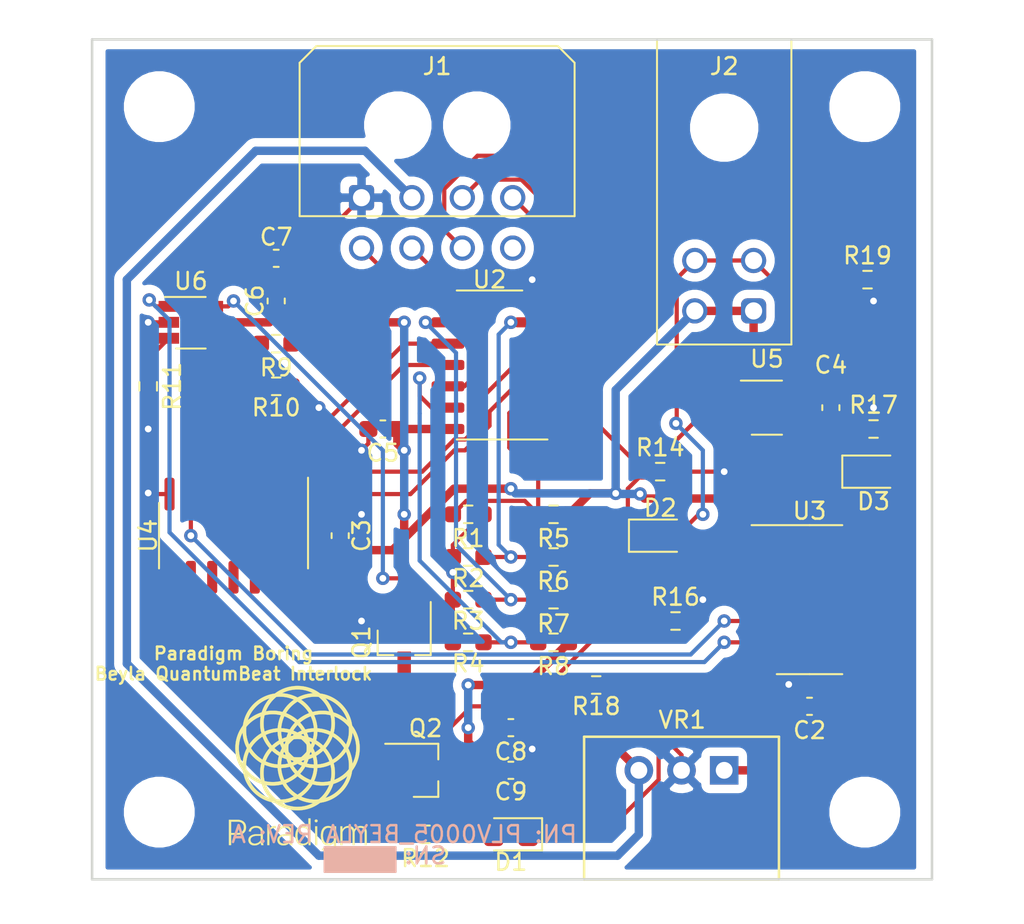
<source format=kicad_pcb>
(kicad_pcb (version 20171130) (host pcbnew "(5.1.0)-1")
  (layers (0 F.Cu signal) (31 B.Cu signal) (34 B.Paste user) (35 F.Paste user) (36 B.SilkS user) (37 F.SilkS user) (38 B.Mask user) (39 F.Mask user) (44 Edge.Cuts user))
  (net 0 "")
  (net 1 GND)
  (net 2 +5V)
  (net 3 "Net-(C8-Pad1)")
  (net 4 "Net-(D1-Pad1)")
  (net 5 /AvionicsHeartbeatTemplate/HEARTBEAT_INPUT_1)
  (net 6 "Net-(D2-Pad1)")
  (net 7 /AvionicsHeartbeatTemplate/HEARTBEAT_BUFF)
  (net 8 "Net-(D3-Pad1)")
  (net 9 "Net-(J1-Pad8)")
  (net 10 /AvionicsHeartbeatTemplate/HEARTBEAT)
  (net 11 /AvionicsHeartbeatTemplate/HEARTBEAT_ADDRESS_4)
  (net 12 /AvionicsHeartbeatTemplate/HEARTBEAT_ADDRESS_3)
  (net 13 /AvionicsHeartbeatTemplate/HEARTBEAT_ADDRESS_2)
  (net 14 /AvionicsHeartbeatTemplate/HEARTBEAT_ADDRESS_1)
  (net 15 "Net-(Q1-Pad1)")
  (net 16 "Net-(R1-Pad2)")
  (net 17 "Net-(R2-Pad2)")
  (net 18 "Net-(R3-Pad2)")
  (net 19 "Net-(R4-Pad2)")
  (net 20 "Net-(R10-Pad1)")
  (net 21 "Net-(R11-Pad1)")
  (net 22 "Net-(U2-Pad11)")
  (net 23 "Net-(U2-Pad10)")
  (net 24 "Net-(U2-Pad4)")
  (net 25 "Net-(U2-Pad3)")
  (net 26 "Net-(U3-Pad6)")
  (net 27 "Net-(U3-Pad5)")
  (net 28 "Net-(Q1-Pad3)")
  (module Package_SO:SOIC-14_3.9x8.7mm_P1.27mm (layer F.Cu) (at 73.66 119.38 180)
    (fp_text reference U2 (at 0 5.08) (layer F.SilkS))
    (fp_text value 74HC266)
    (pad 14 smd roundrect (at 2.475 -3.81 180) (size 1.95 0.6) (layers F.Cu F.Paste F.Mask) (net 2 +5V))
    (pad 13 smd roundrect (at 2.475 -2.54 180) (size 1.95 0.6) (layers F.Cu F.Paste F.Mask) (net 19 "Net-(R4-Pad2)"))
    (pad 12 smd roundrect (at 2.475 -1.27 180) (size 1.95 0.6) (layers F.Cu F.Paste F.Mask) (net 11 /AvionicsHeartbeatTemplate/HEARTBEAT_ADDRESS_4))
    (pad 11 smd roundrect (at 2.475 0 180) (size 1.95 0.6) (layers F.Cu F.Paste F.Mask) (net 22 "Net-(U2-Pad11)"))
    (pad 10 smd roundrect (at 2.475 1.27 180) (size 1.95 0.6) (layers F.Cu F.Paste F.Mask) (net 23 "Net-(U2-Pad10)"))
    (pad 9 smd roundrect (at 2.475 2.54 180) (size 1.95 0.6) (layers F.Cu F.Paste F.Mask) (net 18 "Net-(R3-Pad2)"))
    (pad 8 smd roundrect (at 2.475 3.81 180) (size 1.95 0.6) (layers F.Cu F.Paste F.Mask) (net 12 /AvionicsHeartbeatTemplate/HEARTBEAT_ADDRESS_3))
    (pad 7 smd roundrect (at -2.475 3.81 180) (size 1.95 0.6) (layers F.Cu F.Paste F.Mask) (net 1 GND))
    (pad 6 smd roundrect (at -2.475 2.54 180) (size 1.95 0.6) (layers F.Cu F.Paste F.Mask) (net 17 "Net-(R2-Pad2)"))
    (pad 5 smd roundrect (at -2.475 1.27 180) (size 1.95 0.6) (layers F.Cu F.Paste F.Mask) (net 13 /AvionicsHeartbeatTemplate/HEARTBEAT_ADDRESS_2))
    (pad 4 smd roundrect (at -2.475 0 180) (size 1.95 0.6) (layers F.Cu F.Paste F.Mask) (net 24 "Net-(U2-Pad4)"))
    (pad 3 smd roundrect (at -2.475 -1.27 180) (size 1.95 0.6) (layers F.Cu F.Paste F.Mask) (net 25 "Net-(U2-Pad3)"))
    (pad 2 smd roundrect (at -2.475 -2.54 180) (size 1.95 0.6) (layers F.Cu F.Paste F.Mask) (net 16 "Net-(R1-Pad2)"))
    (pad 1 smd roundrect (at -2.475 -3.81 180) (size 1.95 0.6) (layers F.Cu F.Paste F.Mask) (net 14 /AvionicsHeartbeatTemplate/HEARTBEAT_ADDRESS_1))
  )
  (module BoringFootprints:Paradigm_Title_Block (layer F.Cu) (at 68.58 147.32)
    (fp_text reference REF**)
    (fp_text value Paradigm_Title_Block)
    (fp_text user SN: (at 1.27 1.27) (layer B.SilkS) (effects (justify mirror)))
    (fp_text user "PN: PLV0005_BEYLA REV: A" (at 0 0) (layer B.SilkS) (effects (justify mirror)))
  )
  (module Capacitor_SMD:C_0603_1608Metric_Pad1.08x0.95mm_HandSolder (layer F.Cu) (at 92.71 139.7 180)
    (fp_text reference C2 (at 0 -1.43) (layer F.SilkS))
    (fp_text value 0.1uF)
    (pad 2 smd roundrect (at 0.8625 0 180) (size 1.075 0.95) (layers F.Cu F.Paste F.Mask) (net 1 GND))
    (pad 1 smd roundrect (at -0.8625 0 180) (size 1.075 0.95) (layers F.Cu F.Paste F.Mask) (net 2 +5V))
  )
  (module Package_SO:SOIC-14_3.9x8.7mm_P1.27mm (layer F.Cu) (at 58.42 129.54 270)
    (fp_text reference U4 (at 0 5.08 90) (layer F.SilkS))
    (fp_text value 74HC21)
    (pad 14 smd roundrect (at 2.475 -3.81 270) (size 1.95 0.6) (layers F.Cu F.Paste F.Mask) (net 2 +5V))
    (pad 13 smd roundrect (at 2.475 -2.54 270) (size 1.95 0.6) (layers F.Cu F.Paste F.Mask))
    (pad 12 smd roundrect (at 2.475 -1.27 270) (size 1.95 0.6) (layers F.Cu F.Paste F.Mask))
    (pad 11 smd roundrect (at 2.475 0 270) (size 1.95 0.6) (layers F.Cu F.Paste F.Mask))
    (pad 10 smd roundrect (at 2.475 1.27 270) (size 1.95 0.6) (layers F.Cu F.Paste F.Mask))
    (pad 9 smd roundrect (at 2.475 2.54 270) (size 1.95 0.6) (layers F.Cu F.Paste F.Mask))
    (pad 8 smd roundrect (at 2.475 3.81 270) (size 1.95 0.6) (layers F.Cu F.Paste F.Mask))
    (pad 7 smd roundrect (at -2.475 3.81 270) (size 1.95 0.6) (layers F.Cu F.Paste F.Mask) (net 1 GND))
    (pad 6 smd roundrect (at -2.475 2.54 270) (size 1.95 0.6) (layers F.Cu F.Paste F.Mask) (net 27 "Net-(U3-Pad5)"))
    (pad 5 smd roundrect (at -2.475 1.27 270) (size 1.95 0.6) (layers F.Cu F.Paste F.Mask) (net 22 "Net-(U2-Pad11)"))
    (pad 4 smd roundrect (at -2.475 0 270) (size 1.95 0.6) (layers F.Cu F.Paste F.Mask) (net 23 "Net-(U2-Pad10)"))
    (pad 3 smd roundrect (at -2.475 -1.27 270) (size 1.95 0.6) (layers F.Cu F.Paste F.Mask))
    (pad 2 smd roundrect (at -2.475 -2.54 270) (size 1.95 0.6) (layers F.Cu F.Paste F.Mask) (net 24 "Net-(U2-Pad4)"))
    (pad 1 smd roundrect (at -2.475 -3.81 270) (size 1.95 0.6) (layers F.Cu F.Paste F.Mask) (net 25 "Net-(U2-Pad3)"))
  )
  (module Connector_Molex:Molex_Micro-Fit_3.0_43045-0800_2x04_P3.00mm_Horizontal (layer F.Cu) (at 66.04 109.42)
    (fp_text reference J1 (at 4.5 -7.82) (layer F.SilkS))
    (fp_text value PWR/QB)
    (pad "" np_thru_hole circle (at 2.16 -4.32) (size 3 3) (drill 3) (layers *.Cu *.Mask))
    (pad "" np_thru_hole circle (at 6.86 -4.32) (size 3 3) (drill 3) (layers *.Cu *.Mask))
    (pad 1 thru_hole roundrect (at 0 0) (size 1.5 1.5) (drill 1.02) (layers *.Cu *.Mask) (roundrect_rratio 0.166667) (net 1 GND))
    (pad 2 thru_hole circle (at 3 0) (size 1.5 1.5) (drill 1.02) (layers *.Cu *.Mask) (net 3 "Net-(C8-Pad1)"))
    (pad 3 thru_hole circle (at 6 0) (size 1.5 1.5) (drill 1.02) (layers *.Cu *.Mask) (net 14 /AvionicsHeartbeatTemplate/HEARTBEAT_ADDRESS_1))
    (pad 4 thru_hole circle (at 9 0) (size 1.5 1.5) (drill 1.02) (layers *.Cu *.Mask) (net 13 /AvionicsHeartbeatTemplate/HEARTBEAT_ADDRESS_2))
    (pad 5 thru_hole circle (at 0 3) (size 1.5 1.5) (drill 1.02) (layers *.Cu *.Mask) (net 12 /AvionicsHeartbeatTemplate/HEARTBEAT_ADDRESS_3))
    (pad 6 thru_hole circle (at 3 3) (size 1.5 1.5) (drill 1.02) (layers *.Cu *.Mask) (net 11 /AvionicsHeartbeatTemplate/HEARTBEAT_ADDRESS_4))
    (pad 7 thru_hole circle (at 6 3) (size 1.5 1.5) (drill 1.02) (layers *.Cu *.Mask) (net 10 /AvionicsHeartbeatTemplate/HEARTBEAT))
    (pad 8 thru_hole circle (at 9 3) (size 1.5 1.5) (drill 1.02) (layers *.Cu *.Mask) (net 9 "Net-(J1-Pad8)"))
  )
  (module MountingHole:MountingHole_3.2mm_M3 (layer F.Cu) (at 54 146)
    (fp_text reference REF**)
    (fp_text value MountingHole_3.2mm_M3)
    (pad 1 np_thru_hole circle (at 0 0) (size 3.2 3.2) (drill 3.2) (layers *.Cu *.Mask))
  )
  (module MountingHole:MountingHole_3.2mm_M3 (layer F.Cu) (at 96 146)
    (fp_text reference REF**)
    (fp_text value MountingHole_3.2mm_M3)
    (pad 1 np_thru_hole circle (at 0 0) (size 3.2 3.2) (drill 3.2) (layers *.Cu *.Mask))
  )
  (module MountingHole:MountingHole_3.2mm_M3 (layer F.Cu) (at 96 104)
    (fp_text reference REF**)
    (fp_text value MountingHole_3.2mm_M3)
    (pad 1 np_thru_hole circle (at 0 0) (size 3.2 3.2) (drill 3.2) (layers *.Cu *.Mask))
  )
  (module MountingHole:MountingHole_3.2mm_M3 (layer F.Cu) (at 54 104)
    (fp_text reference REF**)
    (fp_text value MountingHole_3.2mm_M3)
    (pad 1 np_thru_hole circle (at 0 0) (size 3.2 3.2) (drill 3.2) (layers *.Cu *.Mask))
  )
  (module BoringFootprints:Recom_R-78C-1.0 (layer F.Cu) (at 87.63 143.51 180)
    (fp_text reference VR1 (at 2.5 3) (layer F.SilkS))
    (fp_text value Recom_R-78c-1.0)
    (pad 3 thru_hole circle (at 5.08 0 180) (size 1.7 1.7) (drill 1) (layers *.Cu *.Mask) (net 3 "Net-(C8-Pad1)"))
    (pad 2 thru_hole circle (at 2.54 0 180) (size 1.7 1.7) (drill 1) (layers *.Cu *.Mask) (net 1 GND))
    (pad 1 thru_hole rect (at 0 0 180) (size 1.7 1.7) (drill 1) (layers *.Cu *.Mask) (net 2 +5V))
  )
  (module Package_TO_SOT_SMD:TSOT-23-6 (layer F.Cu) (at 55.88 116.84)
    (fp_text reference U6 (at 0 -2.45) (layer F.SilkS))
    (fp_text value LTC6993xS6-1)
    (pad 6 smd rect (at 1.31 -0.95) (size 1.22 0.65) (layers F.Cu F.Paste F.Mask) (net 15 "Net-(Q1-Pad1)"))
    (pad 5 smd rect (at 1.31 0) (size 1.22 0.65) (layers F.Cu F.Paste F.Mask) (net 2 +5V))
    (pad 4 smd rect (at 1.31 0.95) (size 1.22 0.65) (layers F.Cu F.Paste F.Mask) (net 20 "Net-(R10-Pad1)"))
    (pad 3 smd rect (at -1.31 0.95) (size 1.22 0.65) (layers F.Cu F.Paste F.Mask) (net 21 "Net-(R11-Pad1)"))
    (pad 2 smd rect (at -1.31 0) (size 1.22 0.65) (layers F.Cu F.Paste F.Mask) (net 1 GND))
    (pad 1 smd rect (at -1.31 -0.95) (size 1.22 0.65) (layers F.Cu F.Paste F.Mask) (net 26 "Net-(U3-Pad6)"))
  )
  (module Package_TO_SOT_SMD:SOT-23-5_HandSoldering (layer F.Cu) (at 90.17 121.92)
    (fp_text reference U5 (at 0 -2.9) (layer F.SilkS))
    (fp_text value 74LVC1G17)
    (pad 5 smd rect (at 1.35 -0.95) (size 1.56 0.65) (layers F.Cu F.Paste F.Mask) (net 2 +5V))
    (pad 4 smd rect (at 1.35 0.95) (size 1.56 0.65) (layers F.Cu F.Paste F.Mask) (net 7 /AvionicsHeartbeatTemplate/HEARTBEAT_BUFF))
    (pad 3 smd rect (at -1.35 0.95) (size 1.56 0.65) (layers F.Cu F.Paste F.Mask) (net 1 GND))
    (pad 2 smd rect (at -1.35 0) (size 1.56 0.65) (layers F.Cu F.Paste F.Mask) (net 10 /AvionicsHeartbeatTemplate/HEARTBEAT))
    (pad 1 smd rect (at -1.35 -0.95) (size 1.56 0.65) (layers F.Cu F.Paste F.Mask))
  )
  (module Package_SO:SOIC-14_3.9x8.7mm_P1.27mm (layer F.Cu) (at 92.71 133.35)
    (fp_text reference U3 (at 0 -5.28) (layer F.SilkS))
    (fp_text value 74HC08)
    (pad 14 smd roundrect (at 2.475 -3.81) (size 1.95 0.6) (layers F.Cu F.Paste F.Mask) (net 2 +5V))
    (pad 13 smd roundrect (at 2.475 -2.54) (size 1.95 0.6) (layers F.Cu F.Paste F.Mask))
    (pad 12 smd roundrect (at 2.475 -1.27) (size 1.95 0.6) (layers F.Cu F.Paste F.Mask))
    (pad 11 smd roundrect (at 2.475 0) (size 1.95 0.6) (layers F.Cu F.Paste F.Mask))
    (pad 10 smd roundrect (at 2.475 1.27) (size 1.95 0.6) (layers F.Cu F.Paste F.Mask))
    (pad 9 smd roundrect (at 2.475 2.54) (size 1.95 0.6) (layers F.Cu F.Paste F.Mask))
    (pad 8 smd roundrect (at 2.475 3.81) (size 1.95 0.6) (layers F.Cu F.Paste F.Mask))
    (pad 7 smd roundrect (at -2.475 3.81) (size 1.95 0.6) (layers F.Cu F.Paste F.Mask) (net 1 GND))
    (pad 6 smd roundrect (at -2.475 2.54) (size 1.95 0.6) (layers F.Cu F.Paste F.Mask) (net 26 "Net-(U3-Pad6)"))
    (pad 5 smd roundrect (at -2.475 1.27) (size 1.95 0.6) (layers F.Cu F.Paste F.Mask) (net 27 "Net-(U3-Pad5)"))
    (pad 4 smd roundrect (at -2.475 0) (size 1.95 0.6) (layers F.Cu F.Paste F.Mask) (net 5 /AvionicsHeartbeatTemplate/HEARTBEAT_INPUT_1))
    (pad 3 smd roundrect (at -2.475 -1.27) (size 1.95 0.6) (layers F.Cu F.Paste F.Mask))
    (pad 2 smd roundrect (at -2.475 -2.54) (size 1.95 0.6) (layers F.Cu F.Paste F.Mask))
    (pad 1 smd roundrect (at -2.475 -3.81) (size 1.95 0.6) (layers F.Cu F.Paste F.Mask))
  )
  (module Resistor_SMD:R_0603_1608Metric_Pad0.98x0.95mm_HandSolder (layer F.Cu) (at 96.1625 114.3)
    (fp_text reference R19 (at 0 -1.43) (layer F.SilkS))
    (fp_text value 10k)
    (pad 2 smd roundrect (at 0.9125 0) (size 0.975 0.95) (layers F.Cu F.Paste F.Mask) (net 1 GND))
    (pad 1 smd roundrect (at -0.9125 0) (size 0.975 0.95) (layers F.Cu F.Paste F.Mask) (net 5 /AvionicsHeartbeatTemplate/HEARTBEAT_INPUT_1))
  )
  (module Resistor_SMD:R_0603_1608Metric_Pad0.98x0.95mm_HandSolder (layer F.Cu) (at 80.01 138.43)
    (fp_text reference R18 (at 0 1.27) (layer F.SilkS))
    (fp_text value 1k)
    (pad 2 smd roundrect (at 0.9125 0) (size 0.975 0.95) (layers F.Cu F.Paste F.Mask) (net 1 GND))
    (pad 1 smd roundrect (at -0.9125 0) (size 0.975 0.95) (layers F.Cu F.Paste F.Mask) (net 4 "Net-(D1-Pad1)"))
  )
  (module Resistor_SMD:R_0603_1608Metric_Pad0.98x0.95mm_HandSolder (layer F.Cu) (at 96.52 123.19)
    (fp_text reference R17 (at 0 -1.43) (layer F.SilkS))
    (fp_text value 1K)
    (pad 2 smd roundrect (at 0.9125 0) (size 0.975 0.95) (layers F.Cu F.Paste F.Mask) (net 1 GND))
    (pad 1 smd roundrect (at -0.9125 0) (size 0.975 0.95) (layers F.Cu F.Paste F.Mask) (net 8 "Net-(D3-Pad1)"))
  )
  (module Resistor_SMD:R_0603_1608Metric_Pad0.98x0.95mm_HandSolder (layer F.Cu) (at 84.7325 134.62)
    (fp_text reference R16 (at 0 -1.43) (layer F.SilkS))
    (fp_text value 1K)
    (pad 2 smd roundrect (at 0.9125 0) (size 0.975 0.95) (layers F.Cu F.Paste F.Mask) (net 1 GND))
    (pad 1 smd roundrect (at -0.9125 0) (size 0.975 0.95) (layers F.Cu F.Paste F.Mask) (net 6 "Net-(D2-Pad1)"))
  )
  (module Resistor_SMD:R_0603_1608Metric_Pad0.98x0.95mm_HandSolder (layer F.Cu) (at 83.82 125.73)
    (fp_text reference R14 (at 0 -1.43) (layer F.SilkS))
    (fp_text value 47K)
    (pad 2 smd roundrect (at 0.9125 0) (size 0.975 0.95) (layers F.Cu F.Paste F.Mask) (net 1 GND))
    (pad 1 smd roundrect (at -0.9125 0) (size 0.975 0.95) (layers F.Cu F.Paste F.Mask) (net 10 /AvionicsHeartbeatTemplate/HEARTBEAT))
  )
  (module Resistor_SMD:R_0603_1608Metric_Pad0.98x0.95mm_HandSolder (layer F.Cu) (at 69.85 147.32 180)
    (fp_text reference R12 (at 0 -1.43) (layer F.SilkS))
    (fp_text value 47K)
    (pad 2 smd roundrect (at 0.9125 0 180) (size 0.975 0.95) (layers F.Cu F.Paste F.Mask) (net 28 "Net-(Q1-Pad3)"))
    (pad 1 smd roundrect (at -0.9125 0 180) (size 0.975 0.95) (layers F.Cu F.Paste F.Mask) (net 2 +5V))
  )
  (module Resistor_SMD:R_0603_1608Metric_Pad0.98x0.95mm_HandSolder (layer F.Cu) (at 53.34 120.65 270)
    (fp_text reference R11 (at 0 -1.43 90) (layer F.SilkS))
    (fp_text value 604K)
    (pad 2 smd roundrect (at 0.9125 0 270) (size 0.975 0.95) (layers F.Cu F.Paste F.Mask) (net 1 GND))
    (pad 1 smd roundrect (at -0.9125 0 270) (size 0.975 0.95) (layers F.Cu F.Paste F.Mask) (net 21 "Net-(R11-Pad1)"))
  )
  (module Resistor_SMD:R_0603_1608Metric_Pad0.98x0.95mm_HandSolder (layer F.Cu) (at 60.96 120.65)
    (fp_text reference R10 (at 0 1.27) (layer F.SilkS))
    (fp_text value 280K)
    (pad 2 smd roundrect (at 0.9125 0) (size 0.975 0.95) (layers F.Cu F.Paste F.Mask) (net 1 GND))
    (pad 1 smd roundrect (at -0.9125 0) (size 0.975 0.95) (layers F.Cu F.Paste F.Mask) (net 20 "Net-(R10-Pad1)"))
  )
  (module Resistor_SMD:R_0603_1608Metric_Pad0.98x0.95mm_HandSolder (layer F.Cu) (at 60.96 118.11 180)
    (fp_text reference R9 (at 0 -1.43) (layer F.SilkS))
    (fp_text value 1M)
    (pad 2 smd roundrect (at 0.9125 0 180) (size 0.975 0.95) (layers F.Cu F.Paste F.Mask) (net 20 "Net-(R10-Pad1)"))
    (pad 1 smd roundrect (at -0.9125 0 180) (size 0.975 0.95) (layers F.Cu F.Paste F.Mask) (net 2 +5V))
  )
  (module Resistor_SMD:R_0603_1608Metric_Pad0.98x0.95mm_HandSolder (layer F.Cu) (at 77.47 135.89 180)
    (fp_text reference R8 (at 0 -1.43) (layer F.SilkS))
    (fp_text value DNP)
    (pad 2 smd roundrect (at 0.9125 0 180) (size 0.975 0.95) (layers F.Cu F.Paste F.Mask) (net 19 "Net-(R4-Pad2)"))
    (pad 1 smd roundrect (at -0.9125 0 180) (size 0.975 0.95) (layers F.Cu F.Paste F.Mask) (net 2 +5V))
  )
  (module Resistor_SMD:R_0603_1608Metric_Pad0.98x0.95mm_HandSolder (layer F.Cu) (at 77.47 133.35 180)
    (fp_text reference R7 (at 0 -1.43) (layer F.SilkS))
    (fp_text value DNP)
    (pad 2 smd roundrect (at 0.9125 0 180) (size 0.975 0.95) (layers F.Cu F.Paste F.Mask) (net 18 "Net-(R3-Pad2)"))
    (pad 1 smd roundrect (at -0.9125 0 180) (size 0.975 0.95) (layers F.Cu F.Paste F.Mask) (net 2 +5V))
  )
  (module Resistor_SMD:R_0603_1608Metric_Pad0.98x0.95mm_HandSolder (layer F.Cu) (at 77.47 130.81 180)
    (fp_text reference R6 (at 0 -1.43) (layer F.SilkS))
    (fp_text value DNP)
    (pad 2 smd roundrect (at 0.9125 0 180) (size 0.975 0.95) (layers F.Cu F.Paste F.Mask) (net 17 "Net-(R2-Pad2)"))
    (pad 1 smd roundrect (at -0.9125 0 180) (size 0.975 0.95) (layers F.Cu F.Paste F.Mask) (net 2 +5V))
  )
  (module Resistor_SMD:R_0603_1608Metric_Pad0.98x0.95mm_HandSolder (layer F.Cu) (at 77.47 128.27 180)
    (fp_text reference R5 (at 0 -1.43) (layer F.SilkS))
    (fp_text value DNP)
    (pad 2 smd roundrect (at 0.9125 0 180) (size 0.975 0.95) (layers F.Cu F.Paste F.Mask) (net 16 "Net-(R1-Pad2)"))
    (pad 1 smd roundrect (at -0.9125 0 180) (size 0.975 0.95) (layers F.Cu F.Paste F.Mask) (net 2 +5V))
  )
  (module Resistor_SMD:R_0603_1608Metric_Pad0.98x0.95mm_HandSolder (layer F.Cu) (at 72.39 135.89)
    (fp_text reference R4 (at 0 1.27) (layer F.SilkS))
    (fp_text value 0)
    (pad 2 smd roundrect (at 0.9125 0) (size 0.975 0.95) (layers F.Cu F.Paste F.Mask) (net 19 "Net-(R4-Pad2)"))
    (pad 1 smd roundrect (at -0.9125 0) (size 0.975 0.95) (layers F.Cu F.Paste F.Mask) (net 1 GND))
  )
  (module Resistor_SMD:R_0603_1608Metric_Pad0.98x0.95mm_HandSolder (layer F.Cu) (at 72.39 133.35)
    (fp_text reference R3 (at 0 1.27) (layer F.SilkS))
    (fp_text value 0)
    (pad 2 smd roundrect (at 0.9125 0) (size 0.975 0.95) (layers F.Cu F.Paste F.Mask) (net 18 "Net-(R3-Pad2)"))
    (pad 1 smd roundrect (at -0.9125 0) (size 0.975 0.95) (layers F.Cu F.Paste F.Mask) (net 1 GND))
  )
  (module Resistor_SMD:R_0603_1608Metric_Pad0.98x0.95mm_HandSolder (layer F.Cu) (at 72.39 130.81)
    (fp_text reference R2 (at 0 1.27) (layer F.SilkS))
    (fp_text value 0)
    (pad 2 smd roundrect (at 0.9125 0) (size 0.975 0.95) (layers F.Cu F.Paste F.Mask) (net 17 "Net-(R2-Pad2)"))
    (pad 1 smd roundrect (at -0.9125 0) (size 0.975 0.95) (layers F.Cu F.Paste F.Mask) (net 1 GND))
  )
  (module Resistor_SMD:R_0603_1608Metric_Pad0.98x0.95mm_HandSolder (layer F.Cu) (at 72.39 128.27 180)
    (fp_text reference R1 (at 0 -1.43) (layer F.SilkS))
    (fp_text value 0)
    (pad 2 smd roundrect (at 0.9125 0 180) (size 0.975 0.95) (layers F.Cu F.Paste F.Mask) (net 16 "Net-(R1-Pad2)"))
    (pad 1 smd roundrect (at -0.9125 0 180) (size 0.975 0.95) (layers F.Cu F.Paste F.Mask) (net 1 GND))
  )
  (module Package_TO_SOT_SMD:SOT-23_Handsoldering (layer F.Cu) (at 69.85 143.51)
    (fp_text reference Q2 (at 0 -2.5) (layer F.SilkS))
    (fp_text value DMP2123L-7)
    (pad 3 smd rect (at 1.5 0) (size 1.9 0.8) (layers F.Cu F.Paste F.Mask) (net 10 /AvionicsHeartbeatTemplate/HEARTBEAT))
    (pad 2 smd rect (at -1.5 0.95) (size 1.9 0.8) (layers F.Cu F.Paste F.Mask) (net 2 +5V))
    (pad 1 smd rect (at -1.5 -0.95) (size 1.9 0.8) (layers F.Cu F.Paste F.Mask) (net 28 "Net-(Q1-Pad3)"))
  )
  (module Package_TO_SOT_SMD:SOT-23_Handsoldering (layer F.Cu) (at 68.58 135.89 270)
    (fp_text reference Q1 (at 0 2.54 90) (layer F.SilkS))
    (fp_text value DMG2302UK-7)
    (pad 3 smd rect (at 1.5 0 270) (size 1.9 0.8) (layers F.Cu F.Paste F.Mask) (net 28 "Net-(Q1-Pad3)"))
    (pad 2 smd rect (at -1.5 0.95 270) (size 1.9 0.8) (layers F.Cu F.Paste F.Mask) (net 1 GND))
    (pad 1 smd rect (at -1.5 -0.95 270) (size 1.9 0.8) (layers F.Cu F.Paste F.Mask) (net 15 "Net-(Q1-Pad1)"))
  )
  (module "BoringFootprints:Molex_Ultra-Fit_172316-1204_2x02 Vertical" (layer F.Cu) (at 87.63 105.25 180)
    (fp_text reference J2 (at 0 3.65) (layer F.SilkS))
    (fp_text value Switch_In)
    (pad 4 thru_hole circle (at 1.75 -7.91 180) (size 1.5 1.5) (drill 1.02) (layers *.Cu *.Mask) (net 5 /AvionicsHeartbeatTemplate/HEARTBEAT_INPUT_1))
    (pad 3 thru_hole circle (at -1.75 -7.91 180) (size 1.5 1.5) (drill 1.02) (layers *.Cu *.Mask) (net 5 /AvionicsHeartbeatTemplate/HEARTBEAT_INPUT_1))
    (pad 2 thru_hole circle (at 1.75 -10.91 180) (size 1.5 1.5) (drill 1.02) (layers *.Cu *.Mask) (net 2 +5V))
    (pad 1 thru_hole roundrect (at -1.75 -10.91 180) (size 1.5 1.5) (drill 1.02) (layers *.Cu *.Mask) (net 2 +5V))
    (pad "" np_thru_hole circle (at 0 0 180) (size 3.05 3.05) (drill 3.05) (layers *.Cu *.Mask))
  )
  (module LED_SMD:LED_0805_2012Metric_Pad1.15x1.40mm_HandSolder (layer F.Cu) (at 96.52 125.73)
    (fp_text reference D3 (at 0 1.77) (layer F.SilkS))
    (fp_text value BLUE)
    (pad 2 smd roundrect (at 1.025 0) (size 1.15 1.4) (layers F.Cu F.Paste F.Mask) (roundrect_rratio 0.217391) (net 7 /AvionicsHeartbeatTemplate/HEARTBEAT_BUFF))
    (pad 1 smd roundrect (at -1.025 0) (size 1.15 1.4) (layers F.Cu F.Paste F.Mask) (roundrect_rratio 0.217391) (net 8 "Net-(D3-Pad1)"))
  )
  (module LED_SMD:LED_0805_2012Metric_Pad1.15x1.40mm_HandSolder (layer F.Cu) (at 83.82 129.54)
    (fp_text reference D2 (at 0 -1.65) (layer F.SilkS))
    (fp_text value GREEN)
    (pad 2 smd roundrect (at 1.025 0) (size 1.15 1.4) (layers F.Cu F.Paste F.Mask) (roundrect_rratio 0.217391) (net 5 /AvionicsHeartbeatTemplate/HEARTBEAT_INPUT_1))
    (pad 1 smd roundrect (at -1.025 0) (size 1.15 1.4) (layers F.Cu F.Paste F.Mask) (roundrect_rratio 0.217391) (net 6 "Net-(D2-Pad1)"))
  )
  (module LED_SMD:LED_0805_2012Metric_Pad1.15x1.40mm_HandSolder (layer F.Cu) (at 74.93 147.32 180)
    (fp_text reference D1 (at 0 -1.65) (layer F.SilkS))
    (fp_text value RED)
    (pad 2 smd roundrect (at 1.025 0 180) (size 1.15 1.4) (layers F.Cu F.Paste F.Mask) (roundrect_rratio 0.217391) (net 2 +5V))
    (pad 1 smd roundrect (at -1.025 0 180) (size 1.15 1.4) (layers F.Cu F.Paste F.Mask) (roundrect_rratio 0.217391) (net 4 "Net-(D1-Pad1)"))
  )
  (module Capacitor_SMD:C_0603_1608Metric_Pad1.08x0.95mm_HandSolder (layer F.Cu) (at 74.93 143.51)
    (fp_text reference C9 (at 0 1.27) (layer F.SilkS))
    (fp_text value 10uF)
    (pad 2 smd roundrect (at 0.8625 0) (size 1.075 0.95) (layers F.Cu F.Paste F.Mask) (net 1 GND))
    (pad 1 smd roundrect (at -0.8625 0) (size 1.075 0.95) (layers F.Cu F.Paste F.Mask) (net 2 +5V))
  )
  (module Capacitor_SMD:C_0603_1608Metric_Pad1.08x0.95mm_HandSolder (layer F.Cu) (at 74.93 140.97 180)
    (fp_text reference C8 (at 0 -1.43) (layer F.SilkS))
    (fp_text value 1uF)
    (pad 2 smd roundrect (at 0.8625 0 180) (size 1.075 0.95) (layers F.Cu F.Paste F.Mask) (net 1 GND))
    (pad 1 smd roundrect (at -0.8625 0 180) (size 1.075 0.95) (layers F.Cu F.Paste F.Mask) (net 3 "Net-(C8-Pad1)"))
  )
  (module Capacitor_SMD:C_0603_1608Metric_Pad1.08x0.95mm_HandSolder (layer F.Cu) (at 60.96 113.03)
    (fp_text reference C7 (at 0 -1.27) (layer F.SilkS))
    (fp_text value 1uF)
    (pad 2 smd roundrect (at 0.8625 0) (size 1.075 0.95) (layers F.Cu F.Paste F.Mask) (net 1 GND))
    (pad 1 smd roundrect (at -0.8625 0) (size 1.075 0.95) (layers F.Cu F.Paste F.Mask) (net 2 +5V))
  )
  (module Capacitor_SMD:C_0603_1608Metric_Pad1.08x0.95mm_HandSolder (layer F.Cu) (at 60.96 115.57 90)
    (fp_text reference C6 (at 0 -1.27 90) (layer F.SilkS))
    (fp_text value 0.1uF)
    (pad 1 smd roundrect (at -0.8625 0 90) (size 1.075 0.95) (layers F.Cu F.Paste F.Mask) (net 2 +5V))
    (pad 2 smd roundrect (at 0.8625 0 90) (size 1.075 0.95) (layers F.Cu F.Paste F.Mask) (net 1 GND))
  )
  (module Capacitor_SMD:C_0603_1608Metric_Pad1.08x0.95mm_HandSolder (layer F.Cu) (at 67.31 123.19 180)
    (fp_text reference C5 (at 0 -1.43) (layer F.SilkS))
    (fp_text value 0.1uF)
    (pad 2 smd roundrect (at 0.8625 0 180) (size 1.075 0.95) (layers F.Cu F.Paste F.Mask) (net 1 GND))
    (pad 1 smd roundrect (at -0.8625 0 180) (size 1.075 0.95) (layers F.Cu F.Paste F.Mask) (net 2 +5V))
  )
  (module Capacitor_SMD:C_0603_1608Metric_Pad1.08x0.95mm_HandSolder (layer F.Cu) (at 93.98 121.92 270)
    (fp_text reference C4 (at -2.54 0 180) (layer F.SilkS))
    (fp_text value 0.1uF)
    (pad 2 smd roundrect (at 0.8625 0 270) (size 1.075 0.95) (layers F.Cu F.Paste F.Mask) (net 1 GND))
    (pad 1 smd roundrect (at -0.8625 0 270) (size 1.075 0.95) (layers F.Cu F.Paste F.Mask) (net 2 +5V))
  )
  (module Capacitor_SMD:C_0603_1608Metric_Pad1.08x0.95mm_HandSolder (layer F.Cu) (at 64.77 129.54 90)
    (fp_text reference C3 (at 0 1.27 90) (layer F.SilkS))
    (fp_text value 0.1uF)
    (pad 2 smd roundrect (at 0.8625 0 90) (size 1.075 0.95) (layers F.Cu F.Paste F.Mask) (net 1 GND))
    (pad 1 smd roundrect (at -0.8625 0 90) (size 1.075 0.95) (layers F.Cu F.Paste F.Mask) (net 2 +5V))
  )
  (module BoringFootprints:Paradigm_NameBelow_12.7mm (layer F.Cu) (at 62.23 143.51)
    (fp_text reference G*** hide)
    (fp_text value LOGO hide)
  )
  (gr_text "Paradigm Boring\nBeyla QuantumBeat Interlock" (at 58.42 137.16) (layer F.SilkS) (effects (font (size 0.75 0.75))))
  (gr_line (start 100 100) (end 50 100) (layer Edge.Cuts) (width 0.15))
  (gr_line (start 100 100) (end 100 150) (layer Edge.Cuts) (width 0.15))
  (gr_line (start 50 150) (end 100 150) (layer Edge.Cuts) (width 0.15))
  (gr_line (start 50 100) (end 50 150) (layer Edge.Cuts) (width 0.15))
  (segment (start 90.235 137.16) (end 91.0325 137.16) (width 0.25) (layer F.Cu) (net 1))
  (segment (start 85.645 134.978002) (end 85.645 134.62) (width 0.25) (layer F.Cu) (net 1))
  (segment (start 75.7925 143.51) (end 75.7925 142.695) (width 0.25) (layer F.Cu) (net 1))
  (segment (start 71.4775 135.89) (end 71.4775 133.35) (width 0.25) (layer F.Cu) (net 1))
  (segment (start 71.4775 130.81) (end 71.4775 131.7225) (width 0.25) (layer F.Cu) (net 1))
  (segment (start 71.4775 130.095) (end 73.3025 128.27) (width 0.25) (layer F.Cu) (net 1))
  (segment (start 71.4775 130.81) (end 71.4775 130.095) (width 0.25) (layer F.Cu) (net 1))
  (segment (start 71.4775 131.7225) (end 71.4775 133.35) (width 0.25) (layer F.Cu) (net 1))
  (via (at 71.4775 131.7225) (size 0.8) (drill 0.4) (layers F.Cu B.Cu) (net 1))
  (segment (start 54.545 127) (end 54.61 127.065) (width 0.25) (layer F.Cu) (net 1))
  (segment (start 54.542695 116.867305) (end 54.57 116.84) (width 0.25) (layer F.Cu) (net 1))
  (via (at 87.63 125.73) (size 0.8) (drill 0.4) (layers F.Cu B.Cu) (net 1))
  (segment (start 84.7325 125.73) (end 87.63 125.73) (width 0.25) (layer F.Cu) (net 1))
  (segment (start 93.98 122.7825) (end 94.2275 122.7825) (width 0.25) (layer F.Cu) (net 1))
  (segment (start 97.075 122.8325) (end 97.4325 123.19) (width 0.25) (layer F.Cu) (net 1))
  (segment (start 91.8475 138.7725) (end 91.4725 138.3975) (width 0.25) (layer F.Cu) (net 1))
  (segment (start 91.8475 139.7) (end 91.8475 138.7725) (width 0.25) (layer F.Cu) (net 1))
  (via (at 66.04 128.27) (size 0.8) (drill 0.4) (layers F.Cu B.Cu) (net 1))
  (segment (start 65.6325 128.6775) (end 66.04 128.27) (width 0.25) (layer F.Cu) (net 1))
  (segment (start 64.77 128.6775) (end 65.6325 128.6775) (width 0.25) (layer F.Cu) (net 1))
  (via (at 66.04 124.46) (size 0.8) (drill 0.4) (layers F.Cu B.Cu) (net 1))
  (segment (start 66.4475 124.0525) (end 66.04 124.46) (width 0.25) (layer F.Cu) (net 1))
  (segment (start 66.4475 123.19) (end 66.4475 124.0525) (width 0.25) (layer F.Cu) (net 1))
  (segment (start 60.96 113.8925) (end 61.8225 113.03) (width 0.25) (layer F.Cu) (net 1))
  (segment (start 60.96 114.7075) (end 60.96 113.8925) (width 0.25) (layer F.Cu) (net 1))
  (segment (start 66.04 109.42) (end 65.4325 109.42) (width 0.25) (layer F.Cu) (net 1))
  (via (at 63.5 121.92) (size 0.8) (drill 0.4) (layers F.Cu B.Cu) (net 1))
  (segment (start 62.23 120.65) (end 63.5 121.92) (width 0.25) (layer F.Cu) (net 1))
  (segment (start 61.8725 120.65) (end 62.23 120.65) (width 0.25) (layer F.Cu) (net 1))
  (via (at 53.34 123.19) (size 0.8) (drill 0.4) (layers F.Cu B.Cu) (net 1))
  (segment (start 53.34 121.5625) (end 53.34 123.19) (width 0.25) (layer F.Cu) (net 1))
  (via (at 53.34 116.84) (size 0.8) (drill 0.4) (layers F.Cu B.Cu) (net 1))
  (segment (start 87.63 124.06) (end 88.82 122.87) (width 0.25) (layer F.Cu) (net 1))
  (segment (start 87.63 125.73) (end 87.63 124.06) (width 0.25) (layer F.Cu) (net 1))
  (segment (start 97.4325 122.8325) (end 96.52 121.92) (width 0.25) (layer F.Cu) (net 1))
  (via (at 96.52 121.92) (size 0.8) (drill 0.4) (layers F.Cu B.Cu) (net 1))
  (segment (start 97.4325 123.19) (end 97.4325 122.8325) (width 0.25) (layer F.Cu) (net 1))
  (segment (start 94.8425 121.92) (end 93.98 122.7825) (width 0.25) (layer F.Cu) (net 1))
  (segment (start 96.52 121.92) (end 94.8425 121.92) (width 0.25) (layer F.Cu) (net 1))
  (via (at 96.52 115.57) (size 0.8) (drill 0.4) (layers F.Cu B.Cu) (net 1))
  (segment (start 97.075 115.015) (end 96.52 115.57) (width 0.25) (layer F.Cu) (net 1))
  (segment (start 97.075 114.3) (end 97.075 115.015) (width 0.25) (layer F.Cu) (net 1))
  (segment (start 91.4725 138.3975) (end 90.235 137.16) (width 0.25) (layer F.Cu) (net 1))
  (via (at 91.4725 138.3975) (size 0.8) (drill 0.4) (layers F.Cu B.Cu) (net 1))
  (via (at 86.36 133.35) (size 0.8) (drill 0.4) (layers F.Cu B.Cu) (net 1))
  (segment (start 85.645 134.065) (end 86.36 133.35) (width 0.25) (layer F.Cu) (net 1))
  (segment (start 85.645 134.62) (end 85.645 134.065) (width 0.25) (layer F.Cu) (net 1))
  (segment (start 75.7925 142.695) (end 74.0675 140.97) (width 0.25) (layer F.Cu) (net 1))
  (via (at 76.2 142.24) (size 0.8) (drill 0.4) (layers F.Cu B.Cu) (net 1))
  (segment (start 75.7925 142.6475) (end 76.2 142.24) (width 0.25) (layer F.Cu) (net 1))
  (segment (start 75.7925 142.695) (end 75.7925 142.6475) (width 0.25) (layer F.Cu) (net 1))
  (via (at 66.04 134.62) (size 0.8) (drill 0.4) (layers F.Cu B.Cu) (net 1))
  (segment (start 66.27 134.39) (end 66.04 134.62) (width 0.25) (layer F.Cu) (net 1))
  (segment (start 67.63 134.39) (end 66.27 134.39) (width 0.25) (layer F.Cu) (net 1))
  (segment (start 54.57 116.84) (end 53.34 116.84) (width 0.25) (layer F.Cu) (net 1))
  (via (at 53.34 127) (size 0.8) (drill 0.4) (layers F.Cu B.Cu) (net 1))
  (segment (start 53.405 127.065) (end 53.34 127) (width 0.25) (layer F.Cu) (net 1))
  (segment (start 54.61 127.065) (end 53.405 127.065) (width 0.25) (layer F.Cu) (net 1))
  (via (at 76.2 114.3) (size 0.8) (drill 0.4) (layers F.Cu B.Cu) (net 1))
  (segment (start 76.135 114.365) (end 76.2 114.3) (width 0.25) (layer F.Cu) (net 1))
  (segment (start 76.135 115.57) (end 76.135 114.365) (width 0.25) (layer F.Cu) (net 1))
  (segment (start 85.09 142.5975) (end 85.09 143.51) (width 0.25) (layer F.Cu) (net 1))
  (segment (start 80.9225 138.43) (end 85.09 142.5975) (width 0.25) (layer F.Cu) (net 1))
  (segment (start 62.43 113.03) (end 66.04 109.42) (width 0.25) (layer F.Cu) (net 1))
  (segment (start 61.8225 113.03) (end 62.43 113.03) (width 0.25) (layer F.Cu) (net 1))
  (segment (start 87.63 143.51) (end 88.0375 143.51) (width 0.25) (layer F.Cu) (net 2))
  (via (at 82.61999 127.056403) (size 0.8) (drill 0.4) (layers F.Cu B.Cu) (net 2))
  (via (at 81.16999 127.022508) (size 0.8) (drill 0.4) (layers F.Cu B.Cu) (net 2))
  (via (at 74.93 126.74499) (size 0.8) (drill 0.4) (layers F.Cu B.Cu) (net 2))
  (via (at 72.39 140.97) (size 0.8) (drill 0.4) (layers F.Cu B.Cu) (net 2))
  (via (at 68.58 128.27) (size 0.8) (drill 0.4) (layers F.Cu B.Cu) (net 2))
  (via (at 68.58 116.84) (size 0.8) (drill 0.4) (layers F.Cu B.Cu) (net 2))
  (via (at 68.58 124.46) (size 0.8) (drill 0.4) (layers F.Cu B.Cu) (net 2))
  (segment (start 91.6075 121.0575) (end 91.52 120.97) (width 0.25) (layer F.Cu) (net 2))
  (segment (start 89.38 116.16) (end 89.38 116.4575) (width 0.25) (layer F.Cu) (net 2))
  (segment (start 82.768607 127.20502) (end 82.61999 127.056403) (width 0.25) (layer F.Cu) (net 2))
  (segment (start 61.8725 118.11) (end 62.23 118.11) (width 0.25) (layer F.Cu) (net 2))
  (segment (start 93.357288 139.7) (end 93.5725 139.7) (width 0.5) (layer F.Cu) (net 2))
  (segment (start 89.547288 143.51) (end 93.357288 139.7) (width 0.5) (layer F.Cu) (net 2))
  (segment (start 87.63 143.51) (end 89.547288 143.51) (width 0.5) (layer F.Cu) (net 2))
  (segment (start 94.21 129.54) (end 95.185 129.54) (width 0.5) (layer F.Cu) (net 2))
  (segment (start 93.5725 130.1775) (end 94.21 129.54) (width 0.5) (layer F.Cu) (net 2))
  (segment (start 93.5725 139.7) (end 93.5725 130.1775) (width 0.5) (layer F.Cu) (net 2))
  (segment (start 94.468544 139.7) (end 97.79 136.378544) (width 0.5) (layer F.Cu) (net 2))
  (segment (start 93.5725 139.7) (end 94.468544 139.7) (width 0.5) (layer F.Cu) (net 2))
  (segment (start 82.893605 127.330018) (end 82.61999 127.056403) (width 0.5) (layer F.Cu) (net 2))
  (segment (start 97.79 128.36185) (end 96.758168 127.330018) (width 0.5) (layer F.Cu) (net 2))
  (segment (start 96.758168 127.330018) (end 82.893605 127.330018) (width 0.5) (layer F.Cu) (net 2))
  (segment (start 97.79 136.378544) (end 97.79 128.36185) (width 0.5) (layer F.Cu) (net 2))
  (segment (start 81.203885 127.056403) (end 81.16999 127.022508) (width 0.5) (layer B.Cu) (net 2))
  (segment (start 82.61999 127.056403) (end 81.203885 127.056403) (width 0.5) (layer B.Cu) (net 2))
  (segment (start 79.629992 127.022508) (end 78.3825 128.27) (width 0.5) (layer F.Cu) (net 2))
  (segment (start 81.16999 127.022508) (end 79.629992 127.022508) (width 0.5) (layer F.Cu) (net 2))
  (segment (start 78.3825 128.27) (end 78.3825 130.81) (width 0.5) (layer F.Cu) (net 2))
  (segment (start 78.3825 130.81) (end 78.3825 133.35) (width 0.5) (layer F.Cu) (net 2))
  (segment (start 78.3825 135.89) (end 78.3825 133.35) (width 0.5) (layer F.Cu) (net 2))
  (via (at 72.39 138.43) (size 0.8) (drill 0.4) (layers F.Cu B.Cu) (net 2))
  (segment (start 75.8425 138.43) (end 78.3825 135.89) (width 0.5) (layer F.Cu) (net 2))
  (segment (start 72.39 138.43) (end 75.8425 138.43) (width 0.5) (layer F.Cu) (net 2))
  (segment (start 72.39 138.43) (end 72.39 140.97) (width 0.5) (layer B.Cu) (net 2))
  (segment (start 72.39 141.8325) (end 74.0675 143.51) (width 0.5) (layer F.Cu) (net 2))
  (segment (start 72.39 140.97) (end 72.39 141.8325) (width 0.5) (layer F.Cu) (net 2))
  (segment (start 74.0675 147.1575) (end 73.905 147.32) (width 0.5) (layer F.Cu) (net 2))
  (segment (start 74.0675 143.51) (end 74.0675 147.1575) (width 0.5) (layer F.Cu) (net 2))
  (segment (start 73.905 147.32) (end 70.7625 147.32) (width 0.5) (layer F.Cu) (net 2))
  (segment (start 68.35 144.9075) (end 70.7625 147.32) (width 0.5) (layer F.Cu) (net 2))
  (segment (start 68.35 144.46) (end 68.35 144.9075) (width 0.5) (layer F.Cu) (net 2))
  (segment (start 81.16999 120.87001) (end 85.88 116.16) (width 0.5) (layer B.Cu) (net 2))
  (segment (start 81.16999 127.022508) (end 81.16999 120.87001) (width 0.5) (layer B.Cu) (net 2))
  (segment (start 75.207518 127.022508) (end 74.93 126.74499) (width 0.5) (layer B.Cu) (net 2))
  (segment (start 81.16999 127.022508) (end 75.207518 127.022508) (width 0.5) (layer B.Cu) (net 2))
  (segment (start 67.885212 130.4025) (end 64.77 130.4025) (width 0.5) (layer F.Cu) (net 2))
  (segment (start 74.93 126.74499) (end 71.542722 126.74499) (width 0.5) (layer F.Cu) (net 2))
  (segment (start 68.58 128.27) (end 68.58 129.54) (width 0.5) (layer F.Cu) (net 2))
  (segment (start 68.58 129.54) (end 68.663856 129.623856) (width 0.5) (layer F.Cu) (net 2))
  (segment (start 68.663856 129.623856) (end 67.885212 130.4025) (width 0.5) (layer F.Cu) (net 2))
  (segment (start 71.542722 126.74499) (end 68.663856 129.623856) (width 0.5) (layer F.Cu) (net 2))
  (segment (start 63.8425 130.4025) (end 62.23 132.015) (width 0.5) (layer F.Cu) (net 2))
  (segment (start 64.77 130.4025) (end 63.8425 130.4025) (width 0.5) (layer F.Cu) (net 2))
  (segment (start 71.185 123.19) (end 68.1725 123.19) (width 0.5) (layer F.Cu) (net 2))
  (segment (start 68.1725 124.0525) (end 68.58 124.46) (width 0.5) (layer F.Cu) (net 2))
  (segment (start 68.1725 123.19) (end 68.1725 124.0525) (width 0.5) (layer F.Cu) (net 2))
  (segment (start 63.1425 116.84) (end 61.8725 118.11) (width 0.5) (layer F.Cu) (net 2))
  (segment (start 68.58 116.84) (end 63.1425 116.84) (width 0.5) (layer F.Cu) (net 2))
  (segment (start 61.8725 117.345) (end 60.96 116.4325) (width 0.5) (layer F.Cu) (net 2))
  (segment (start 61.8725 118.11) (end 61.8725 117.345) (width 0.5) (layer F.Cu) (net 2))
  (segment (start 60.5525 116.84) (end 57.19 116.84) (width 0.5) (layer F.Cu) (net 2))
  (segment (start 60.96 116.4325) (end 60.5525 116.84) (width 0.5) (layer F.Cu) (net 2))
  (segment (start 60.03499 115.50749) (end 60.96 116.4325) (width 0.5) (layer F.Cu) (net 2))
  (segment (start 60.03499 113.09251) (end 60.03499 115.50749) (width 0.5) (layer F.Cu) (net 2))
  (segment (start 60.0975 113.03) (end 60.03499 113.09251) (width 0.5) (layer F.Cu) (net 2))
  (segment (start 68.58 116.84) (end 68.58 124.46) (width 0.5) (layer B.Cu) (net 2))
  (segment (start 68.58 124.46) (end 68.58 128.27) (width 0.5) (layer B.Cu) (net 2))
  (segment (start 85.88 116.16) (end 89.38 116.16) (width 0.5) (layer F.Cu) (net 2))
  (segment (start 89.38 118.83) (end 91.52 120.97) (width 0.5) (layer F.Cu) (net 2))
  (segment (start 89.38 116.16) (end 89.38 118.83) (width 0.5) (layer F.Cu) (net 2))
  (segment (start 93.8925 120.97) (end 93.98 121.0575) (width 0.5) (layer F.Cu) (net 2))
  (segment (start 91.52 120.97) (end 93.8925 120.97) (width 0.5) (layer F.Cu) (net 2))
  (segment (start 66.249999 106.629999) (end 59.740001 106.629999) (width 0.5) (layer B.Cu) (net 3))
  (segment (start 69.04 109.42) (end 66.249999 106.629999) (width 0.5) (layer B.Cu) (net 3))
  (segment (start 59.740001 106.629999) (end 52.07 114.3) (width 0.5) (layer B.Cu) (net 3))
  (segment (start 52.07 114.3) (end 52.07 137.16) (width 0.5) (layer B.Cu) (net 3))
  (segment (start 52.07 137.16) (end 63.5 148.59) (width 0.5) (layer B.Cu) (net 3))
  (segment (start 63.5 148.59) (end 81.28 148.59) (width 0.5) (layer B.Cu) (net 3))
  (segment (start 82.55 147.32) (end 82.55 143.51) (width 0.5) (layer B.Cu) (net 3))
  (segment (start 81.28 148.59) (end 82.55 147.32) (width 0.5) (layer B.Cu) (net 3))
  (segment (start 80.01 140.97) (end 82.55 143.51) (width 0.5) (layer F.Cu) (net 3))
  (segment (start 75.7925 140.97) (end 80.01 140.97) (width 0.5) (layer F.Cu) (net 3))
  (segment (start 80.479002 147.32) (end 75.955 147.32) (width 0.25) (layer F.Cu) (net 4))
  (segment (start 83.725001 144.074001) (end 80.479002 147.32) (width 0.25) (layer F.Cu) (net 4))
  (segment (start 83.725001 142.570001) (end 83.725001 144.074001) (width 0.25) (layer F.Cu) (net 4))
  (segment (start 79.585 138.43) (end 83.725001 142.570001) (width 0.25) (layer F.Cu) (net 4))
  (segment (start 79.0975 138.43) (end 79.585 138.43) (width 0.25) (layer F.Cu) (net 4))
  (segment (start 90.52 114.3) (end 89.38 113.16) (width 0.25) (layer F.Cu) (net 5))
  (segment (start 95.25 114.3) (end 90.52 114.3) (width 0.25) (layer F.Cu) (net 5))
  (segment (start 89.38 113.16) (end 85.88 113.16) (width 0.25) (layer F.Cu) (net 5))
  (segment (start 88.655 133.35) (end 90.235 133.35) (width 0.25) (layer F.Cu) (net 5))
  (segment (start 84.845 129.54) (end 88.655 133.35) (width 0.25) (layer F.Cu) (net 5))
  (via (at 84.756097 122.856097) (size 0.8) (drill 0.4) (layers F.Cu B.Cu) (net 5))
  (segment (start 84.804999 122.807195) (end 84.756097 122.856097) (width 0.25) (layer F.Cu) (net 5))
  (segment (start 84.804999 114.235001) (end 84.804999 122.807195) (width 0.25) (layer F.Cu) (net 5))
  (segment (start 85.88 113.16) (end 84.804999 114.235001) (width 0.25) (layer F.Cu) (net 5))
  (via (at 86.36 128.27) (size 0.8) (drill 0.4) (layers F.Cu B.Cu) (net 5))
  (segment (start 86.36 124.46) (end 86.36 128.27) (width 0.25) (layer B.Cu) (net 5))
  (segment (start 84.756097 122.856097) (end 86.36 124.46) (width 0.25) (layer B.Cu) (net 5))
  (segment (start 86.115 128.27) (end 84.845 129.54) (width 0.25) (layer F.Cu) (net 5))
  (segment (start 86.36 128.27) (end 86.115 128.27) (width 0.25) (layer F.Cu) (net 5))
  (segment (start 82.795 133.595) (end 83.82 134.62) (width 0.25) (layer F.Cu) (net 6))
  (segment (start 82.795 129.54) (end 82.795 133.595) (width 0.25) (layer F.Cu) (net 6))
  (segment (start 96.51999 126.75501) (end 97.545 125.73) (width 0.25) (layer F.Cu) (net 7))
  (segment (start 94.83001 126.75501) (end 96.51999 126.75501) (width 0.25) (layer F.Cu) (net 7))
  (segment (start 91.52 123.445) (end 94.83001 126.75501) (width 0.25) (layer F.Cu) (net 7))
  (segment (start 91.52 122.87) (end 91.52 123.445) (width 0.25) (layer F.Cu) (net 7))
  (segment (start 95.495 123.3025) (end 95.6075 123.19) (width 0.25) (layer F.Cu) (net 8))
  (segment (start 95.495 125.73) (end 95.495 123.3025) (width 0.25) (layer F.Cu) (net 8))
  (segment (start 74.772413 106.925001) (end 78.74 110.892588) (width 0.25) (layer F.Cu) (net 10))
  (segment (start 70.964999 108.903999) (end 72.943997 106.925001) (width 0.25) (layer F.Cu) (net 10))
  (segment (start 70.964999 111.344999) (end 70.964999 108.903999) (width 0.25) (layer F.Cu) (net 10))
  (segment (start 72.943997 106.925001) (end 74.772413 106.925001) (width 0.25) (layer F.Cu) (net 10))
  (segment (start 72.04 112.42) (end 70.964999 111.344999) (width 0.25) (layer F.Cu) (net 10))
  (segment (start 78.74 121.5625) (end 82.9075 125.73) (width 0.25) (layer F.Cu) (net 10))
  (segment (start 78.74 110.892588) (end 78.74 121.5625) (width 0.25) (layer F.Cu) (net 10))
  (segment (start 86.7175 121.92) (end 88.82 121.92) (width 0.25) (layer F.Cu) (net 10))
  (segment (start 82.9075 125.73) (end 86.7175 121.92) (width 0.25) (layer F.Cu) (net 10))
  (segment (start 81.89499 126.74251) (end 82.9075 125.73) (width 0.25) (layer F.Cu) (net 10))
  (segment (start 81.89499 133.66052) (end 81.89499 126.74251) (width 0.25) (layer F.Cu) (net 10))
  (segment (start 75.85551 139.7) (end 81.89499 133.66052) (width 0.25) (layer F.Cu) (net 10))
  (segment (start 72.586998 139.7) (end 75.85551 139.7) (width 0.25) (layer F.Cu) (net 10))
  (segment (start 71.35 140.936998) (end 71.35 143.51) (width 0.25) (layer F.Cu) (net 10))
  (segment (start 72.586998 139.7) (end 71.35 140.936998) (width 0.25) (layer F.Cu) (net 10))
  (segment (start 72.48501 120.32499) (end 72.16 120.65) (width 0.25) (layer F.Cu) (net 11))
  (segment (start 72.16 120.65) (end 71.185 120.65) (width 0.25) (layer F.Cu) (net 11))
  (segment (start 70.756769 113.495001) (end 72.48501 115.223242) (width 0.25) (layer F.Cu) (net 11))
  (segment (start 70.115001 113.495001) (end 70.756769 113.495001) (width 0.25) (layer F.Cu) (net 11))
  (segment (start 72.48501 115.223242) (end 72.48501 120.32499) (width 0.25) (layer F.Cu) (net 11))
  (segment (start 69.04 112.42) (end 70.115001 113.495001) (width 0.25) (layer F.Cu) (net 11))
  (segment (start 70.21 115.57) (end 71.185 115.57) (width 0.25) (layer F.Cu) (net 12))
  (segment (start 69.19 115.57) (end 71.185 115.57) (width 0.25) (layer F.Cu) (net 12))
  (segment (start 66.04 112.42) (end 69.19 115.57) (width 0.25) (layer F.Cu) (net 12))
  (segment (start 75.04 109.42) (end 77.47 111.85) (width 0.25) (layer F.Cu) (net 13))
  (segment (start 77.11 118.11) (end 76.135 118.11) (width 0.25) (layer F.Cu) (net 13))
  (segment (start 77.47 117.75) (end 77.11 118.11) (width 0.25) (layer F.Cu) (net 13))
  (segment (start 77.47 111.85) (end 77.47 117.75) (width 0.25) (layer F.Cu) (net 13))
  (segment (start 75.556001 108.344999) (end 77.920009 110.709007) (width 0.25) (layer F.Cu) (net 14))
  (segment (start 73.115001 108.344999) (end 75.556001 108.344999) (width 0.25) (layer F.Cu) (net 14))
  (segment (start 72.04 109.42) (end 73.115001 108.344999) (width 0.25) (layer F.Cu) (net 14))
  (segment (start 77.920009 121.781759) (end 77.920009 110.709007) (width 0.25) (layer F.Cu) (net 14))
  (segment (start 76.511768 123.19) (end 77.920009 121.781759) (width 0.25) (layer F.Cu) (net 14))
  (segment (start 76.135 123.19) (end 76.511768 123.19) (width 0.25) (layer F.Cu) (net 14))
  (via (at 58.42 115.57) (size 0.8) (drill 0.4) (layers F.Cu B.Cu) (net 15))
  (segment (start 58.1 115.89) (end 58.42 115.57) (width 0.25) (layer F.Cu) (net 15))
  (segment (start 57.19 115.89) (end 58.1 115.89) (width 0.25) (layer F.Cu) (net 15))
  (segment (start 58.42 115.57) (end 64.77 121.92) (width 0.25) (layer B.Cu) (net 15))
  (via (at 67.31 132.08) (size 0.8) (drill 0.4) (layers F.Cu B.Cu) (net 15))
  (segment (start 67.31 124.46) (end 64.77 121.92) (width 0.25) (layer B.Cu) (net 15))
  (segment (start 67.31 132.08) (end 67.31 124.46) (width 0.25) (layer B.Cu) (net 15))
  (segment (start 68.42 132.08) (end 67.31 132.08) (width 0.25) (layer F.Cu) (net 15))
  (segment (start 69.53 133.19) (end 68.42 132.08) (width 0.25) (layer F.Cu) (net 15))
  (segment (start 69.53 134.39) (end 69.53 133.19) (width 0.25) (layer F.Cu) (net 15))
  (segment (start 72.27751 127.46999) (end 71.4775 128.27) (width 0.25) (layer F.Cu) (net 16))
  (segment (start 75.75749 127.46999) (end 72.27751 127.46999) (width 0.25) (layer F.Cu) (net 16))
  (segment (start 76.5575 128.27) (end 75.75749 127.46999) (width 0.25) (layer F.Cu) (net 16))
  (segment (start 76.5575 126.02449) (end 76.5575 128.27) (width 0.25) (layer F.Cu) (net 16))
  (segment (start 74.83499 124.30198) (end 76.5575 126.02449) (width 0.25) (layer F.Cu) (net 16))
  (segment (start 75.16 121.92) (end 74.83499 122.24501) (width 0.25) (layer F.Cu) (net 16))
  (segment (start 74.83499 122.24501) (end 74.83499 124.30198) (width 0.25) (layer F.Cu) (net 16))
  (segment (start 76.135 121.92) (end 75.16 121.92) (width 0.25) (layer F.Cu) (net 16))
  (via (at 74.93 116.84) (size 0.8) (drill 0.4) (layers F.Cu B.Cu) (net 17))
  (segment (start 76.135 116.84) (end 74.93 116.84) (width 0.25) (layer F.Cu) (net 17))
  (segment (start 74.204999 130.084999) (end 74.93 130.81) (width 0.25) (layer B.Cu) (net 17))
  (via (at 74.93 130.81) (size 0.8) (drill 0.4) (layers F.Cu B.Cu) (net 17))
  (segment (start 74.93 116.84) (end 74.204999 117.565001) (width 0.25) (layer B.Cu) (net 17))
  (segment (start 74.204999 117.565001) (end 74.204999 130.084999) (width 0.25) (layer B.Cu) (net 17))
  (segment (start 74.93 130.81) (end 76.5575 130.81) (width 0.25) (layer F.Cu) (net 17))
  (segment (start 73.3025 130.81) (end 74.93 130.81) (width 0.25) (layer F.Cu) (net 17))
  (via (at 69.85 116.84) (size 0.8) (drill 0.4) (layers F.Cu B.Cu) (net 18))
  (segment (start 71.185 116.84) (end 69.85 116.84) (width 0.25) (layer F.Cu) (net 18))
  (via (at 74.93 133.35) (size 0.8) (drill 0.4) (layers F.Cu B.Cu) (net 18))
  (segment (start 71.664999 130.084999) (end 74.93 133.35) (width 0.25) (layer B.Cu) (net 18))
  (segment (start 74.93 133.35) (end 76.5575 133.35) (width 0.25) (layer F.Cu) (net 18))
  (segment (start 73.3025 133.35) (end 74.93 133.35) (width 0.25) (layer F.Cu) (net 18))
  (segment (start 71.664999 118.654999) (end 71.664999 130.084999) (width 0.25) (layer B.Cu) (net 18))
  (segment (start 69.85 116.84) (end 71.664999 118.654999) (width 0.25) (layer B.Cu) (net 18))
  (via (at 74.93 135.89) (size 0.8) (drill 0.4) (layers F.Cu B.Cu) (net 19))
  (segment (start 74.93 135.89) (end 76.5575 135.89) (width 0.25) (layer F.Cu) (net 19))
  (segment (start 73.3025 135.89) (end 74.93 135.89) (width 0.25) (layer F.Cu) (net 19))
  (via (at 69.500913 120.156127) (size 0.8) (drill 0.4) (layers F.Cu B.Cu) (net 19))
  (segment (start 69.500913 121.210913) (end 69.500913 120.156127) (width 0.25) (layer F.Cu) (net 19))
  (segment (start 70.21 121.92) (end 69.500913 121.210913) (width 0.25) (layer F.Cu) (net 19))
  (segment (start 71.185 121.92) (end 70.21 121.92) (width 0.25) (layer F.Cu) (net 19))
  (segment (start 69.500913 120.156127) (end 69.500913 122.269087) (width 0.25) (layer B.Cu) (net 19))
  (segment (start 69.500913 131.026598) (end 69.500913 122.269087) (width 0.25) (layer B.Cu) (net 19))
  (segment (start 74.364315 135.89) (end 69.500913 131.026598) (width 0.25) (layer B.Cu) (net 19))
  (segment (start 74.93 135.89) (end 74.364315 135.89) (width 0.25) (layer B.Cu) (net 19))
  (segment (start 60.0475 120.65) (end 60.0475 118.11) (width 0.25) (layer F.Cu) (net 20))
  (segment (start 57.51 118.11) (end 57.19 117.79) (width 0.25) (layer F.Cu) (net 20))
  (segment (start 60.0475 118.11) (end 57.51 118.11) (width 0.25) (layer F.Cu) (net 20))
  (segment (start 53.34 119.02) (end 54.57 117.79) (width 0.25) (layer F.Cu) (net 21))
  (segment (start 53.34 119.7375) (end 53.34 119.02) (width 0.25) (layer F.Cu) (net 21))
  (segment (start 59.06499 126.043242) (end 60.648232 124.46) (width 0.25) (layer F.Cu) (net 22))
  (segment (start 59.06499 128.066778) (end 59.06499 126.043242) (width 0.25) (layer F.Cu) (net 22))
  (segment (start 58.766758 128.36501) (end 59.06499 128.066778) (width 0.25) (layer F.Cu) (net 22))
  (segment (start 57.47501 128.36501) (end 58.766758 128.36501) (width 0.25) (layer F.Cu) (net 22))
  (segment (start 57.15 128.04) (end 57.47501 128.36501) (width 0.25) (layer F.Cu) (net 22))
  (segment (start 57.15 127.065) (end 57.15 128.04) (width 0.25) (layer F.Cu) (net 22))
  (segment (start 60.648232 124.46) (end 63.5 124.46) (width 0.25) (layer F.Cu) (net 22))
  (segment (start 68.58 119.38) (end 71.185 119.38) (width 0.25) (layer F.Cu) (net 22))
  (segment (start 63.5 124.46) (end 68.58 119.38) (width 0.25) (layer F.Cu) (net 22))
  (segment (start 70.808232 118.11) (end 71.185 118.11) (width 0.25) (layer F.Cu) (net 23))
  (segment (start 58.42 127.065) (end 58.42 126.051822) (width 0.25) (layer F.Cu) (net 23))
  (segment (start 60.461832 124.00999) (end 62.68001 124.00999) (width 0.25) (layer F.Cu) (net 23))
  (segment (start 58.42 126.051822) (end 60.461832 124.00999) (width 0.25) (layer F.Cu) (net 23))
  (segment (start 68.58 118.11) (end 71.185 118.11) (width 0.25) (layer F.Cu) (net 23))
  (segment (start 62.68001 124.00999) (end 68.58 118.11) (width 0.25) (layer F.Cu) (net 23))
  (segment (start 61.32 125.73) (end 69.655358 125.73) (width 0.25) (layer F.Cu) (net 24))
  (segment (start 60.96 126.09) (end 61.32 125.73) (width 0.25) (layer F.Cu) (net 24))
  (segment (start 60.96 127.065) (end 60.96 126.09) (width 0.25) (layer F.Cu) (net 24))
  (segment (start 75.16 119.38) (end 76.135 119.38) (width 0.25) (layer F.Cu) (net 24))
  (segment (start 73.20999 121.33001) (end 75.16 119.38) (width 0.25) (layer F.Cu) (net 24))
  (segment (start 73.20999 122.811778) (end 73.20999 121.33001) (width 0.25) (layer F.Cu) (net 24))
  (segment (start 72.206758 123.81501) (end 73.20999 122.811778) (width 0.25) (layer F.Cu) (net 24))
  (segment (start 71.570348 123.81501) (end 72.206758 123.81501) (width 0.25) (layer F.Cu) (net 24))
  (segment (start 69.655358 125.73) (end 71.570348 123.81501) (width 0.25) (layer F.Cu) (net 24))
  (segment (start 62.23 127.065) (end 68.956768 127.065) (width 0.25) (layer F.Cu) (net 25))
  (segment (start 68.956768 127.065) (end 71.561768 124.46) (width 0.25) (layer F.Cu) (net 25))
  (segment (start 75.16 120.65) (end 76.135 120.65) (width 0.25) (layer F.Cu) (net 25))
  (segment (start 73.66 122.15) (end 75.16 120.65) (width 0.25) (layer F.Cu) (net 25))
  (segment (start 72.198178 124.46) (end 71.561768 124.46) (width 0.25) (layer F.Cu) (net 25))
  (segment (start 73.659999 122.998179) (end 72.198178 124.46) (width 0.25) (layer F.Cu) (net 25))
  (segment (start 73.66 122.15) (end 73.659999 122.998179) (width 0.25) (layer F.Cu) (net 25))
  (via (at 87.63 135.89) (size 0.8) (drill 0.4) (layers F.Cu B.Cu) (net 26))
  (segment (start 87.63 135.89) (end 90.17 135.89) (width 0.25) (layer F.Cu) (net 26))
  (via (at 53.402653 115.507347) (size 0.8) (drill 0.4) (layers F.Cu B.Cu) (net 26))
  (segment (start 53.785306 115.89) (end 53.402653 115.507347) (width 0.25) (layer F.Cu) (net 26))
  (segment (start 54.57 115.89) (end 53.785306 115.89) (width 0.25) (layer F.Cu) (net 26))
  (segment (start 54.61 116.714694) (end 53.402653 115.507347) (width 0.25) (layer B.Cu) (net 26))
  (segment (start 54.61 129.343002) (end 54.61 116.714694) (width 0.25) (layer B.Cu) (net 26))
  (segment (start 62.332008 137.06501) (end 54.61 129.343002) (width 0.25) (layer B.Cu) (net 26))
  (segment (start 86.45499 137.06501) (end 62.332008 137.06501) (width 0.25) (layer B.Cu) (net 26))
  (segment (start 87.63 135.89) (end 86.45499 137.06501) (width 0.25) (layer B.Cu) (net 26))
  (segment (start 85.634999 136.615001) (end 87.63 134.62) (width 0.25) (layer B.Cu) (net 27))
  (segment (start 55.88 129.54) (end 62.955001 136.615001) (width 0.25) (layer B.Cu) (net 27))
  (segment (start 87.63 134.62) (end 90.235 134.62) (width 0.25) (layer F.Cu) (net 27))
  (segment (start 55.88 127.065) (end 55.88 129.54) (width 0.25) (layer F.Cu) (net 27))
  (segment (start 62.955001 136.615001) (end 85.634999 136.615001) (width 0.25) (layer B.Cu) (net 27))
  (via (at 87.63 134.62) (size 0.8) (drill 0.4) (layers F.Cu B.Cu) (net 27))
  (via (at 55.88 129.54) (size 0.8) (drill 0.4) (layers F.Cu B.Cu) (net 27))
  (segment (start 67.074999 143.835001) (end 68.35 142.56) (width 0.25) (layer F.Cu) (net 28))
  (segment (start 67.074999 145.457499) (end 67.074999 143.835001) (width 0.25) (layer F.Cu) (net 28))
  (segment (start 68.9375 147.32) (end 67.074999 145.457499) (width 0.25) (layer F.Cu) (net 28))
  (segment (start 68.58 142.33) (end 68.35 142.56) (width 0.25) (layer F.Cu) (net 28))
  (segment (start 68.58 137.39) (end 68.58 142.33) (width 0.25) (layer F.Cu) (net 28))
  (zone (net 1) (net_name GND) (layer B.Cu) (connect_pads (clearance 0.508)) (min_thickness 0.254) (fill yes (arc_segments 32) (thermal_gap 0.508) (thermal_bridge_width 0.508))
    (polygon (pts (xy 99.06 149.86) (xy 50.8 149.86) (xy 50.8 100.33) (xy 99.06 100.33)))
  )
)
</source>
